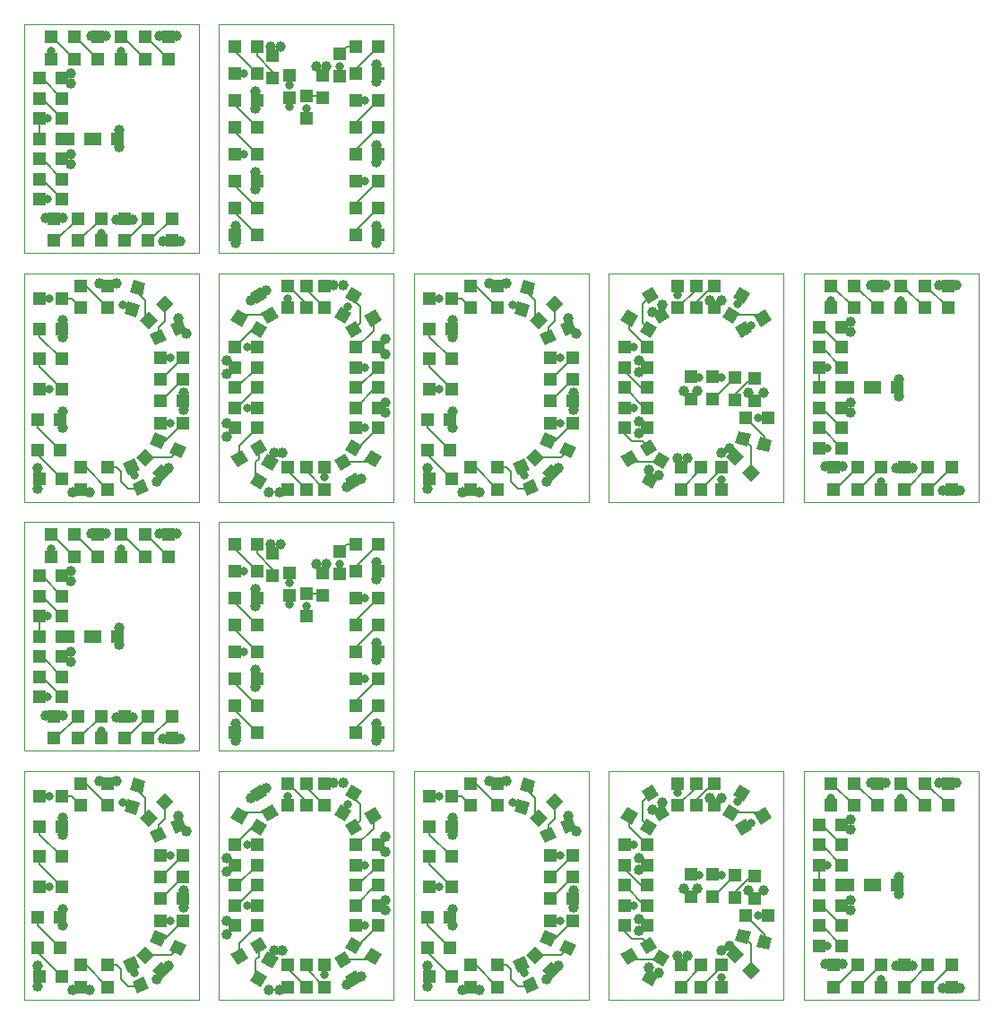
<source format=gtl>
G75*
G70*
%OFA0B0*%
%FSLAX25Y25*%
%IPPOS*%
%LPD*%
%AMOC8*
5,1,8,0,0,1.08239X$1,22.5*
%
%ADD10C,0.03970*%
%ADD14C,0.03170*%
%ADD16C,0.00600*%
%ADD17C,0.00000*%
%ADD19R,0.04720X0.04720*%
X0010000Y0010000D02*
G75*
%LPD*%
D17*
X0010000Y0010000D02*
X0010000Y0095000D01*
X0075000Y0095000D01*
X0075000Y0010000D01*
X0010000Y0010000D01*
D19*
X0015860Y0018750D03*
X0024130Y0018750D03*
X0031250Y0022880D03*
X0031250Y0014610D03*
X0041250Y0014610D03*
X0041250Y0022880D03*
X0023510Y0029370D03*
X0015240Y0029370D03*
X0015240Y0040620D03*
X0023510Y0040620D03*
X0024130Y0051870D03*
X0015860Y0051870D03*
X0015860Y0063120D03*
X0024130Y0063120D03*
X0024130Y0074370D03*
X0015860Y0074370D03*
X0015860Y0085620D03*
X0024130Y0085620D03*
X0031250Y0082110D03*
X0031250Y0090380D03*
X0041250Y0090380D03*
X0041250Y0082110D03*
X0060860Y0063750D03*
X0060860Y0055620D03*
X0060860Y0047500D03*
X0060860Y0039370D03*
X0069130Y0039370D03*
X0069130Y0047500D03*
X0069130Y0055620D03*
X0069130Y0063750D03*
D19*
G36*
X0058860Y0068120D02*
X0056870Y0072390D01*
X0061140Y0074380D01*
X0063130Y0070110D01*
X0058860Y0068120D01*
G37*
G36*
X0056450Y0074370D02*
X0053120Y0077700D01*
X0056450Y0081030D01*
X0059780Y0077700D01*
X0056450Y0074370D01*
G37*
G36*
X0051840Y0078740D02*
X0047290Y0079970D01*
X0048520Y0084520D01*
X0053070Y0083290D01*
X0051840Y0078740D01*
G37*
G36*
X0053980Y0086720D02*
X0049430Y0087950D01*
X0050660Y0092500D01*
X0055210Y0091270D01*
X0053980Y0086720D01*
G37*
G36*
X0062290Y0080210D02*
X0058960Y0083540D01*
X0062290Y0086870D01*
X0065620Y0083540D01*
X0062290Y0080210D01*
G37*
G36*
X0066350Y0071610D02*
X0064360Y0075880D01*
X0068630Y0077870D01*
X0070620Y0073600D01*
X0066350Y0071610D01*
G37*
G36*
X0056710Y0031600D02*
X0058700Y0035870D01*
X0062970Y0033880D01*
X0060980Y0029610D01*
X0056710Y0031600D01*
G37*
G36*
X0051870Y0026670D02*
X0055200Y0030000D01*
X0058530Y0026670D01*
X0055200Y0023340D01*
X0051870Y0026670D01*
G37*
G36*
X0046800Y0024180D02*
X0051070Y0026170D01*
X0053060Y0021900D01*
X0048790Y0019910D01*
X0046800Y0024180D01*
G37*
G36*
X0050290Y0016690D02*
X0054560Y0018680D01*
X0056550Y0014410D01*
X0052280Y0012420D01*
X0050290Y0016690D01*
G37*
G36*
X0057710Y0020820D02*
X0061040Y0024150D01*
X0064370Y0020820D01*
X0061040Y0017490D01*
X0057710Y0020820D01*
G37*
G36*
X0064210Y0028110D02*
X0066200Y0032380D01*
X0070470Y0030390D01*
X0068480Y0026120D01*
X0064210Y0028110D01*
G37*
D10*
X0063750Y0022500D03*
X0059370Y0017500D03*
X0034370Y0013750D03*
X0028120Y0013750D03*
X0015000Y0015000D03*
X0015000Y0022500D03*
X0024370Y0037500D03*
X0024370Y0043750D03*
X0024370Y0071250D03*
X0024370Y0077500D03*
X0038120Y0091250D03*
X0044370Y0091250D03*
X0067500Y0078120D03*
X0070620Y0072500D03*
X0069370Y0050620D03*
X0069370Y0044370D03*
D16*
X0069370Y0047260D01*
X0069130Y0047500D01*
X0069370Y0047740D01*
X0069370Y0050620D01*
X0069130Y0055620D02*
X0061010Y0047500D01*
X0060860Y0047500D01*
X0060860Y0055620D02*
X0061010Y0055620D01*
X0069130Y0063750D01*
X0064370Y0063750D02*
X0060860Y0063750D01*
X0060000Y0071250D02*
X0060000Y0071250D01*
X0060000Y0075000D01*
X0062290Y0077290D01*
X0062290Y0083540D01*
X0067500Y0078120D02*
X0067500Y0074750D01*
X0067490Y0074740D01*
X0069740Y0072500D01*
X0070620Y0072500D01*
X0056450Y0077700D02*
X0055000Y0079150D01*
X0055000Y0085000D01*
X0052320Y0087680D01*
X0052320Y0089610D01*
X0048680Y0083120D02*
X0046870Y0083120D01*
X0048680Y0083120D02*
X0050180Y0081630D01*
X0041250Y0082110D02*
X0032980Y0090380D01*
X0031250Y0090380D01*
X0027740Y0085620D02*
X0031250Y0082110D01*
X0027740Y0085620D02*
X0024130Y0085620D01*
X0019370Y0085620D02*
X0015860Y0085620D01*
X0024370Y0077500D02*
X0024370Y0074610D01*
X0024130Y0074370D01*
X0024370Y0074130D01*
X0024370Y0071250D01*
X0024130Y0063120D02*
X0015860Y0071390D01*
X0015860Y0074370D01*
X0015860Y0063120D02*
X0015860Y0060140D01*
X0024130Y0051870D01*
X0019370Y0051870D02*
X0015860Y0051870D01*
X0024370Y0043750D02*
X0024370Y0041490D01*
X0023510Y0040620D01*
X0024370Y0039760D01*
X0024370Y0037500D01*
X0023510Y0029370D02*
X0015240Y0037640D01*
X0015240Y0040620D01*
X0015240Y0029370D02*
X0015240Y0027640D01*
X0024130Y0018750D01*
X0028120Y0013750D02*
X0030380Y0013750D01*
X0031250Y0014610D01*
X0032110Y0013750D01*
X0034370Y0013750D01*
X0041250Y0014610D02*
X0032980Y0022880D01*
X0031250Y0022880D01*
X0041250Y0022880D02*
X0044610Y0022880D01*
X0046250Y0021250D01*
X0046250Y0017500D01*
X0048750Y0015000D01*
X0052870Y0015000D01*
X0053420Y0015550D01*
X0051250Y0020000D02*
X0049930Y0021320D01*
X0049930Y0023040D01*
X0055200Y0026670D02*
X0064760Y0026670D01*
X0067340Y0029250D01*
X0062500Y0032740D02*
X0069130Y0039370D01*
X0064370Y0039370D02*
X0060860Y0039370D01*
X0059840Y0032740D02*
X0062500Y0032740D01*
X0062720Y0022500D02*
X0061040Y0020820D01*
X0059370Y0019150D01*
X0059370Y0017500D01*
X0062720Y0022500D02*
X0063750Y0022500D01*
X0015860Y0022500D02*
X0015860Y0018750D01*
X0015860Y0015000D01*
X0015000Y0015000D01*
X0015000Y0022500D02*
X0015860Y0022500D01*
X0041250Y0090380D02*
X0040380Y0091250D01*
X0038120Y0091250D01*
X0041250Y0090380D02*
X0042110Y0091250D01*
X0044370Y0091250D01*
D14*
X0046870Y0083120D03*
X0064370Y0063750D03*
X0064370Y0039370D03*
X0051250Y0020000D03*
X0019370Y0051870D03*
X0019370Y0085620D03*
X0082500Y0010000D02*
G75*
%LPD*%
D17*
X0082500Y0010000D02*
X0082500Y0095000D01*
X0147500Y0095000D01*
X0147500Y0010000D01*
X0082500Y0010000D01*
D19*
X0108120Y0014610D03*
X0115000Y0014610D03*
X0121870Y0014610D03*
X0121870Y0022880D03*
X0115000Y0022880D03*
X0108120Y0022880D03*
X0096630Y0037500D03*
X0096630Y0045000D03*
X0096630Y0052500D03*
X0096630Y0060000D03*
X0096630Y0067500D03*
X0088360Y0067500D03*
X0088360Y0060000D03*
X0088360Y0052500D03*
X0088360Y0045000D03*
X0088360Y0037500D03*
X0108120Y0082110D03*
X0115000Y0082110D03*
X0121870Y0082110D03*
X0121870Y0090380D03*
X0115000Y0090380D03*
X0108120Y0090380D03*
X0133360Y0067500D03*
X0133360Y0060000D03*
X0133360Y0052500D03*
X0133360Y0045000D03*
X0133360Y0037500D03*
X0141630Y0037500D03*
X0141630Y0045000D03*
X0141630Y0052500D03*
X0141630Y0060000D03*
X0141630Y0067500D03*
D19*
G36*
X0131810Y0070960D02*
X0129450Y0075040D01*
X0133530Y0077400D01*
X0135890Y0073320D01*
X0131810Y0070960D01*
G37*
G36*
X0129410Y0076320D02*
X0125330Y0078680D01*
X0127690Y0082760D01*
X0131770Y0080400D01*
X0129410Y0076320D01*
G37*
G36*
X0138970Y0075090D02*
X0136610Y0079170D01*
X0140690Y0081530D01*
X0143050Y0077450D01*
X0138970Y0075090D01*
G37*
G36*
X0133550Y0083480D02*
X0129470Y0085840D01*
X0131830Y0089920D01*
X0135910Y0087560D01*
X0133550Y0083480D01*
G37*
G36*
X0104660Y0078680D02*
X0100580Y0076320D01*
X0098220Y0080400D01*
X0102300Y0082760D01*
X0104660Y0078680D01*
G37*
G36*
X0100550Y0075040D02*
X0098190Y0070960D01*
X0094110Y0073320D01*
X0096470Y0077400D01*
X0100550Y0075040D01*
G37*
G36*
X0093390Y0079170D02*
X0091030Y0075090D01*
X0086950Y0077450D01*
X0089310Y0081530D01*
X0093390Y0079170D01*
G37*
G36*
X0100520Y0085840D02*
X0096440Y0083480D01*
X0094080Y0087560D01*
X0098160Y0089920D01*
X0100520Y0085840D01*
G37*
G36*
X0098190Y0033410D02*
X0100550Y0029330D01*
X0096470Y0026970D01*
X0094110Y0031050D01*
X0098190Y0033410D01*
G37*
G36*
X0100580Y0028050D02*
X0104660Y0025690D01*
X0102300Y0021610D01*
X0098220Y0023970D01*
X0100580Y0028050D01*
G37*
G36*
X0096440Y0020890D02*
X0100520Y0018530D01*
X0098160Y0014450D01*
X0094080Y0016810D01*
X0096440Y0020890D01*
G37*
G36*
X0091030Y0029270D02*
X0093390Y0025190D01*
X0089310Y0022830D01*
X0086950Y0026910D01*
X0091030Y0029270D01*
G37*
G36*
X0125330Y0025690D02*
X0129410Y0028050D01*
X0131770Y0023970D01*
X0127690Y0021610D01*
X0125330Y0025690D01*
G37*
G36*
X0129450Y0029330D02*
X0131810Y0033410D01*
X0135890Y0031050D01*
X0133530Y0026970D01*
X0129450Y0029330D01*
G37*
G36*
X0136610Y0025190D02*
X0138970Y0029270D01*
X0143050Y0026910D01*
X0140690Y0022830D01*
X0136610Y0025190D01*
G37*
G36*
X0129470Y0018530D02*
X0133550Y0020890D01*
X0135910Y0016810D01*
X0131830Y0014450D01*
X0129470Y0018530D01*
G37*
D10*
X0130000Y0015620D03*
X0135620Y0018750D03*
X0144370Y0043120D03*
X0144370Y0046870D03*
X0144370Y0065000D03*
X0144370Y0070620D03*
X0128750Y0090620D03*
X0125000Y0090620D03*
X0100000Y0088750D03*
X0094370Y0085000D03*
X0085620Y0062500D03*
X0085620Y0057500D03*
X0085620Y0039370D03*
X0085620Y0034370D03*
X0103120Y0028120D03*
X0106250Y0028120D03*
X0105000Y0013750D03*
X0101250Y0013750D03*
D16*
X0105000Y0013750D01*
X0105860Y0014610D01*
X0108120Y0014610D01*
X0108120Y0021490D02*
X0115000Y0014610D01*
X0121870Y0014610D02*
X0115000Y0021490D01*
X0115000Y0022880D01*
X0108120Y0022880D02*
X0108120Y0021490D01*
X0106250Y0028120D02*
X0103120Y0028120D01*
X0103120Y0026510D01*
X0101440Y0024830D01*
X0097330Y0026080D02*
X0096250Y0025000D01*
X0096250Y0018720D01*
X0097300Y0017670D01*
X0097330Y0026080D02*
X0097330Y0030190D01*
X0090170Y0031030D02*
X0096630Y0037500D01*
X0090170Y0031030D02*
X0090170Y0026050D01*
X0085620Y0034370D02*
X0085620Y0034760D01*
X0088360Y0037500D01*
X0086490Y0039370D01*
X0085620Y0039370D01*
X0088360Y0045000D02*
X0089130Y0045000D01*
X0096630Y0052500D01*
X0089130Y0052500D02*
X0096630Y0060000D01*
X0096630Y0067500D02*
X0093120Y0067500D01*
X0088360Y0067500D02*
X0095050Y0074180D01*
X0097330Y0074180D01*
X0101440Y0079540D02*
X0091390Y0079540D01*
X0090170Y0078310D01*
X0094370Y0085000D02*
X0095600Y0085000D01*
X0097300Y0086700D01*
X0099350Y0088750D01*
X0100000Y0088750D01*
X0108120Y0088990D02*
X0109760Y0088990D01*
X0115000Y0083750D01*
X0115000Y0082110D01*
X0121870Y0082110D02*
X0115000Y0088990D01*
X0115000Y0090380D01*
X0108120Y0090380D02*
X0108120Y0088990D01*
X0108120Y0085620D02*
X0108120Y0082110D01*
X0121870Y0090380D02*
X0122110Y0090620D01*
X0125000Y0090620D01*
X0128750Y0090620D01*
X0132690Y0086700D02*
X0132690Y0084800D01*
X0135000Y0082500D01*
X0135000Y0076510D01*
X0132670Y0074180D01*
X0128550Y0079540D02*
X0128550Y0080430D01*
X0130620Y0082500D01*
X0139830Y0078310D02*
X0140000Y0078140D01*
X0140000Y0073750D01*
X0133750Y0067500D01*
X0133360Y0067500D01*
X0133360Y0060000D02*
X0136870Y0060000D01*
X0141630Y0060000D02*
X0134130Y0052500D01*
X0133360Y0052500D01*
X0140860Y0052500D02*
X0133360Y0045000D01*
X0133360Y0037500D02*
X0136870Y0037500D01*
X0141630Y0037500D02*
X0134320Y0030190D01*
X0132670Y0030190D01*
X0128550Y0024830D02*
X0138600Y0024830D01*
X0139830Y0026050D01*
X0135620Y0018750D02*
X0133770Y0018750D01*
X0132690Y0017670D01*
X0130640Y0015620D01*
X0130000Y0015620D01*
X0121870Y0019370D02*
X0121870Y0022880D01*
X0143510Y0043120D02*
X0141630Y0045000D01*
X0143510Y0046870D01*
X0144370Y0046870D01*
X0144370Y0043120D02*
X0143510Y0043120D01*
X0141630Y0052500D02*
X0140860Y0052500D01*
X0144130Y0065000D02*
X0141630Y0067500D01*
X0144370Y0070240D01*
X0144370Y0070620D01*
X0144370Y0065000D02*
X0144130Y0065000D01*
X0096630Y0045000D02*
X0093120Y0045000D01*
X0089130Y0052500D02*
X0088360Y0052500D01*
X0085860Y0057500D02*
X0085620Y0057500D01*
X0085860Y0057500D02*
X0088360Y0060000D01*
X0085860Y0062500D01*
X0085620Y0062500D01*
D14*
X0093120Y0067500D03*
X0108120Y0085620D03*
X0130620Y0082500D03*
X0136870Y0060000D03*
X0136870Y0037500D03*
X0121870Y0019370D03*
X0093120Y0045000D03*
X0155000Y0010000D02*
G75*
%LPD*%
D17*
X0155000Y0010000D02*
X0155000Y0095000D01*
X0220000Y0095000D01*
X0220000Y0010000D01*
X0155000Y0010000D01*
D19*
X0160860Y0018750D03*
X0169130Y0018750D03*
X0176250Y0022880D03*
X0176250Y0014610D03*
X0186250Y0014610D03*
X0186250Y0022880D03*
X0168510Y0029370D03*
X0160240Y0029370D03*
X0160240Y0040620D03*
X0168510Y0040620D03*
X0169130Y0051870D03*
X0160860Y0051870D03*
X0160860Y0063120D03*
X0169130Y0063120D03*
X0169130Y0074370D03*
X0160860Y0074370D03*
X0160860Y0085620D03*
X0169130Y0085620D03*
X0176250Y0082110D03*
X0176250Y0090380D03*
X0186250Y0090380D03*
X0186250Y0082110D03*
X0205860Y0063750D03*
X0205860Y0055620D03*
X0205860Y0047500D03*
X0205860Y0039370D03*
X0214130Y0039370D03*
X0214130Y0047500D03*
X0214130Y0055620D03*
X0214130Y0063750D03*
D19*
G36*
X0203860Y0068120D02*
X0201870Y0072390D01*
X0206140Y0074380D01*
X0208130Y0070110D01*
X0203860Y0068120D01*
G37*
G36*
X0201450Y0074370D02*
X0198120Y0077700D01*
X0201450Y0081030D01*
X0204780Y0077700D01*
X0201450Y0074370D01*
G37*
G36*
X0196840Y0078740D02*
X0192290Y0079970D01*
X0193520Y0084520D01*
X0198070Y0083290D01*
X0196840Y0078740D01*
G37*
G36*
X0198980Y0086720D02*
X0194430Y0087950D01*
X0195660Y0092500D01*
X0200210Y0091270D01*
X0198980Y0086720D01*
G37*
G36*
X0207290Y0080210D02*
X0203960Y0083540D01*
X0207290Y0086870D01*
X0210620Y0083540D01*
X0207290Y0080210D01*
G37*
G36*
X0211350Y0071610D02*
X0209360Y0075880D01*
X0213630Y0077870D01*
X0215620Y0073600D01*
X0211350Y0071610D01*
G37*
G36*
X0201710Y0031600D02*
X0203700Y0035870D01*
X0207970Y0033880D01*
X0205980Y0029610D01*
X0201710Y0031600D01*
G37*
G36*
X0196870Y0026670D02*
X0200200Y0030000D01*
X0203530Y0026670D01*
X0200200Y0023340D01*
X0196870Y0026670D01*
G37*
G36*
X0191800Y0024180D02*
X0196070Y0026170D01*
X0198060Y0021900D01*
X0193790Y0019910D01*
X0191800Y0024180D01*
G37*
G36*
X0195290Y0016690D02*
X0199560Y0018680D01*
X0201550Y0014410D01*
X0197280Y0012420D01*
X0195290Y0016690D01*
G37*
G36*
X0202710Y0020820D02*
X0206040Y0024150D01*
X0209370Y0020820D01*
X0206040Y0017490D01*
X0202710Y0020820D01*
G37*
G36*
X0209210Y0028110D02*
X0211200Y0032380D01*
X0215470Y0030390D01*
X0213480Y0026120D01*
X0209210Y0028110D01*
G37*
D10*
X0208750Y0022500D03*
X0204370Y0017500D03*
X0179370Y0013750D03*
X0173120Y0013750D03*
X0160000Y0015000D03*
X0160000Y0022500D03*
X0169370Y0037500D03*
X0169370Y0043750D03*
X0169370Y0071250D03*
X0169370Y0077500D03*
X0183120Y0091250D03*
X0189370Y0091250D03*
X0212500Y0078120D03*
X0215620Y0072500D03*
X0214370Y0050620D03*
X0214370Y0044370D03*
D16*
X0214370Y0047260D01*
X0214130Y0047500D01*
X0214370Y0047740D01*
X0214370Y0050620D01*
X0214130Y0055620D02*
X0206010Y0047500D01*
X0205860Y0047500D01*
X0205860Y0055620D02*
X0206010Y0055620D01*
X0214130Y0063750D01*
X0209370Y0063750D02*
X0205860Y0063750D01*
X0205000Y0071250D02*
X0205000Y0071250D01*
X0205000Y0075000D01*
X0207290Y0077290D01*
X0207290Y0083540D01*
X0212500Y0078120D02*
X0212500Y0074750D01*
X0212490Y0074740D01*
X0214740Y0072500D01*
X0215620Y0072500D01*
X0201450Y0077700D02*
X0200000Y0079150D01*
X0200000Y0085000D01*
X0197320Y0087680D01*
X0197320Y0089610D01*
X0193680Y0083120D02*
X0191870Y0083120D01*
X0193680Y0083120D02*
X0195180Y0081630D01*
X0186250Y0082110D02*
X0177980Y0090380D01*
X0176250Y0090380D01*
X0172740Y0085620D02*
X0176250Y0082110D01*
X0172740Y0085620D02*
X0169130Y0085620D01*
X0164370Y0085620D02*
X0160860Y0085620D01*
X0169370Y0077500D02*
X0169370Y0074610D01*
X0169130Y0074370D01*
X0169370Y0074130D01*
X0169370Y0071250D01*
X0169130Y0063120D02*
X0160860Y0071390D01*
X0160860Y0074370D01*
X0160860Y0063120D02*
X0160860Y0060140D01*
X0169130Y0051870D01*
X0164370Y0051870D02*
X0160860Y0051870D01*
X0169370Y0043750D02*
X0169370Y0041490D01*
X0168510Y0040620D01*
X0169370Y0039760D01*
X0169370Y0037500D01*
X0168510Y0029370D02*
X0160240Y0037640D01*
X0160240Y0040620D01*
X0160240Y0029370D02*
X0160240Y0027640D01*
X0169130Y0018750D01*
X0173120Y0013750D02*
X0175380Y0013750D01*
X0176250Y0014610D01*
X0177110Y0013750D01*
X0179370Y0013750D01*
X0186250Y0014610D02*
X0177980Y0022880D01*
X0176250Y0022880D01*
X0186250Y0022880D02*
X0189610Y0022880D01*
X0191250Y0021250D01*
X0191250Y0017500D01*
X0193750Y0015000D01*
X0197870Y0015000D01*
X0198420Y0015550D01*
X0196250Y0020000D02*
X0194930Y0021320D01*
X0194930Y0023040D01*
X0200200Y0026670D02*
X0209760Y0026670D01*
X0212340Y0029250D01*
X0207500Y0032740D02*
X0214130Y0039370D01*
X0209370Y0039370D02*
X0205860Y0039370D01*
X0204840Y0032740D02*
X0207500Y0032740D01*
X0207720Y0022500D02*
X0206040Y0020820D01*
X0204370Y0019150D01*
X0204370Y0017500D01*
X0207720Y0022500D02*
X0208750Y0022500D01*
X0160860Y0022500D02*
X0160860Y0018750D01*
X0160860Y0015000D01*
X0160000Y0015000D01*
X0160000Y0022500D02*
X0160860Y0022500D01*
X0186250Y0090380D02*
X0185380Y0091250D01*
X0183120Y0091250D01*
X0186250Y0090380D02*
X0187110Y0091250D01*
X0189370Y0091250D01*
D14*
X0191870Y0083120D03*
X0209370Y0063750D03*
X0209370Y0039370D03*
X0196250Y0020000D03*
X0164370Y0051870D03*
X0164370Y0085620D03*
X0227500Y0010000D02*
G75*
%LPD*%
D17*
X0227500Y0010000D02*
X0227500Y0095000D01*
X0292500Y0095000D01*
X0292500Y0010000D01*
X0227500Y0010000D01*
D19*
X0233360Y0037500D03*
X0233360Y0045000D03*
X0233360Y0052500D03*
X0233360Y0060000D03*
X0233360Y0067500D03*
X0241630Y0067500D03*
X0241630Y0060000D03*
X0241630Y0052500D03*
X0241630Y0045000D03*
X0241630Y0037500D03*
X0254370Y0022880D03*
X0261870Y0022880D03*
X0269370Y0022880D03*
X0269370Y0014610D03*
X0261870Y0014610D03*
X0254370Y0014610D03*
X0278360Y0041250D03*
X0281870Y0047740D03*
X0286630Y0041250D03*
X0274370Y0047870D03*
X0266250Y0048360D03*
X0258120Y0048360D03*
X0258120Y0056630D03*
X0266250Y0056630D03*
X0274370Y0056140D03*
X0281870Y0056010D03*
X0266870Y0082110D03*
X0260000Y0082110D03*
X0253120Y0082110D03*
X0253120Y0090380D03*
X0260000Y0090380D03*
X0266870Y0090380D03*
D19*
G36*
X0276200Y0089920D02*
X0280280Y0087560D01*
X0277920Y0083480D01*
X0273840Y0085840D01*
X0276200Y0089920D01*
G37*
G36*
X0272070Y0082760D02*
X0276150Y0080400D01*
X0273790Y0076320D01*
X0269710Y0078680D01*
X0272070Y0082760D01*
G37*
G36*
X0278530Y0077400D02*
X0280890Y0073320D01*
X0276810Y0070960D01*
X0274450Y0075040D01*
X0278530Y0077400D01*
G37*
G36*
X0285690Y0081530D02*
X0288050Y0077450D01*
X0283970Y0075090D01*
X0281610Y0079170D01*
X0285690Y0081530D01*
G37*
G36*
X0243840Y0080400D02*
X0247920Y0082760D01*
X0250280Y0078680D01*
X0246200Y0076320D01*
X0243840Y0080400D01*
G37*
G36*
X0239110Y0073320D02*
X0241470Y0077400D01*
X0245550Y0075040D01*
X0243190Y0070960D01*
X0239110Y0073320D01*
G37*
G36*
X0231950Y0077450D02*
X0234310Y0081530D01*
X0238390Y0079170D01*
X0236030Y0075090D01*
X0231950Y0077450D01*
G37*
G36*
X0239710Y0087560D02*
X0243790Y0089920D01*
X0246150Y0085840D01*
X0242070Y0083480D01*
X0239710Y0087560D01*
G37*
G36*
X0280300Y0035160D02*
X0279070Y0030610D01*
X0274520Y0031840D01*
X0275750Y0036390D01*
X0280300Y0035160D01*
G37*
G36*
X0288280Y0033020D02*
X0287050Y0028470D01*
X0282500Y0029700D01*
X0283730Y0034250D01*
X0288280Y0033020D01*
G37*
G36*
X0283660Y0020920D02*
X0280330Y0017590D01*
X0277000Y0020920D01*
X0280330Y0024250D01*
X0283660Y0020920D01*
G37*
G36*
X0277820Y0026770D02*
X0274490Y0023440D01*
X0271160Y0026770D01*
X0274490Y0030100D01*
X0277820Y0026770D01*
G37*
G36*
X0247920Y0022230D02*
X0243840Y0024590D01*
X0246200Y0028670D01*
X0250280Y0026310D01*
X0247920Y0022230D01*
G37*
G36*
X0243790Y0015070D02*
X0239710Y0017430D01*
X0242070Y0021510D01*
X0246150Y0019150D01*
X0243790Y0015070D01*
G37*
G36*
X0234310Y0022830D02*
X0231950Y0026910D01*
X0236030Y0029270D01*
X0238390Y0025190D01*
X0234310Y0022830D01*
G37*
G36*
X0241470Y0026970D02*
X0239110Y0031050D01*
X0243190Y0033410D01*
X0245550Y0029330D01*
X0241470Y0026970D01*
G37*
D10*
X0242500Y0021870D03*
X0246250Y0020000D03*
X0253120Y0026250D03*
X0256870Y0026250D03*
X0269370Y0028120D03*
X0272500Y0030000D03*
X0279370Y0050620D03*
X0285000Y0050620D03*
X0260620Y0051250D03*
X0255620Y0051250D03*
X0238750Y0058120D03*
X0238750Y0062500D03*
X0243750Y0080620D03*
X0247500Y0083120D03*
X0265000Y0085000D03*
X0269370Y0085000D03*
X0238750Y0040000D03*
X0238750Y0035620D03*
D16*
X0239760Y0035620D01*
X0241630Y0037500D01*
X0239130Y0040000D01*
X0238750Y0040000D01*
X0236870Y0045000D02*
X0233360Y0045000D01*
X0240860Y0045000D02*
X0233360Y0052500D01*
X0234370Y0057500D02*
X0234370Y0058990D01*
X0233360Y0060000D01*
X0234370Y0057500D02*
X0239370Y0052500D01*
X0241630Y0052500D01*
X0239760Y0058120D02*
X0238750Y0058120D01*
X0239760Y0058120D02*
X0241630Y0060000D01*
X0239130Y0062500D01*
X0238750Y0062500D01*
X0236870Y0067500D02*
X0233360Y0067500D01*
X0235000Y0074370D02*
X0235000Y0078140D01*
X0235170Y0078310D01*
X0235000Y0074370D02*
X0241630Y0067740D01*
X0241630Y0067500D01*
X0242330Y0074180D02*
X0240000Y0076510D01*
X0240000Y0083750D01*
X0242930Y0086680D01*
X0242930Y0086700D01*
X0247500Y0083120D02*
X0247500Y0079970D01*
X0247060Y0079540D01*
X0245980Y0080620D01*
X0243750Y0080620D01*
X0253120Y0082110D02*
X0260000Y0088990D01*
X0260000Y0090380D01*
X0264370Y0088750D02*
X0260000Y0084370D01*
X0260000Y0082110D01*
X0265000Y0083990D02*
X0266870Y0082110D01*
X0269370Y0084610D01*
X0269370Y0085000D01*
X0265240Y0088750D02*
X0266870Y0090380D01*
X0265240Y0088750D02*
X0264370Y0088750D01*
X0265000Y0085000D02*
X0265000Y0083990D01*
X0272930Y0079540D02*
X0283600Y0079540D01*
X0284830Y0078310D01*
X0280620Y0075620D02*
X0279180Y0074180D01*
X0277670Y0074180D01*
X0275620Y0083750D02*
X0277060Y0085190D01*
X0277060Y0086700D01*
X0253120Y0086870D02*
X0253120Y0090380D01*
X0253120Y0083510D02*
X0253120Y0082110D01*
X0258120Y0056630D02*
X0260860Y0056630D01*
X0261250Y0056250D01*
X0260620Y0051250D02*
X0260620Y0050860D01*
X0258120Y0048360D01*
X0255620Y0050860D01*
X0255620Y0051250D01*
X0266250Y0048360D02*
X0266590Y0048360D01*
X0274370Y0056140D01*
X0269370Y0056250D02*
X0268990Y0056630D01*
X0266250Y0056630D01*
X0274370Y0049990D02*
X0279370Y0055000D01*
X0280860Y0055000D01*
X0281870Y0056010D01*
X0279370Y0050620D02*
X0279370Y0050240D01*
X0281870Y0047740D01*
X0284760Y0050620D01*
X0285000Y0050620D01*
X0286630Y0041250D02*
X0283120Y0041250D01*
X0279020Y0041250D02*
X0278360Y0041250D01*
X0285390Y0034220D01*
X0285390Y0031360D01*
X0280330Y0030570D02*
X0277410Y0033500D01*
X0280330Y0030570D02*
X0280330Y0020920D01*
X0274490Y0026770D02*
X0274490Y0028010D01*
X0272500Y0030000D01*
X0271250Y0030000D01*
X0269370Y0028120D01*
X0269370Y0022880D02*
X0269370Y0022110D01*
X0261870Y0014610D01*
X0261870Y0022110D02*
X0254370Y0014610D01*
X0254370Y0022880D02*
X0254370Y0025000D01*
X0253120Y0026250D01*
X0256870Y0026250D01*
X0261870Y0022880D02*
X0261870Y0022110D01*
X0269370Y0018120D02*
X0269370Y0014610D01*
X0246250Y0020000D02*
X0244540Y0018290D01*
X0242930Y0018290D01*
X0242500Y0018720D01*
X0242500Y0021870D01*
X0246610Y0025000D02*
X0247060Y0025450D01*
X0246610Y0025000D02*
X0235000Y0025000D01*
X0234560Y0026050D01*
X0235170Y0026050D01*
X0236250Y0032500D02*
X0240020Y0032500D01*
X0242330Y0030190D01*
X0236250Y0032500D02*
X0233360Y0035380D01*
X0233360Y0037500D01*
X0240860Y0045000D02*
X0241630Y0045000D01*
X0274370Y0047870D02*
X0274370Y0049990D01*
D14*
X0269370Y0056250D03*
X0261250Y0056250D03*
X0280620Y0075620D03*
X0275620Y0083750D03*
X0253120Y0086870D03*
X0236870Y0067500D03*
X0236870Y0045000D03*
X0269370Y0018120D03*
X0283120Y0041250D03*
X0300000Y0010000D02*
G75*
%LPD*%
D17*
X0300000Y0010000D02*
X0300000Y0095000D01*
X0365000Y0095000D01*
X0365000Y0010000D01*
X0300000Y0010000D01*
D19*
X0311250Y0014610D03*
X0311250Y0022880D03*
X0314130Y0030000D03*
X0314130Y0037500D03*
X0314130Y0045000D03*
X0314130Y0052500D03*
X0316490Y0052500D03*
X0314130Y0060000D03*
X0314130Y0067500D03*
X0314130Y0075000D03*
X0310000Y0082110D03*
X0305860Y0075000D03*
X0305860Y0067500D03*
X0305860Y0060000D03*
X0305860Y0052500D03*
X0305860Y0045000D03*
X0305860Y0037500D03*
X0305860Y0030000D03*
X0320000Y0022880D03*
X0320000Y0014610D03*
X0328750Y0014610D03*
X0328750Y0022880D03*
X0337500Y0022880D03*
X0337500Y0014610D03*
X0346250Y0014610D03*
X0346250Y0022880D03*
X0355000Y0022880D03*
X0355000Y0014610D03*
X0334760Y0052500D03*
X0326490Y0052500D03*
X0324760Y0052500D03*
X0327500Y0082110D03*
X0327500Y0090380D03*
X0318750Y0090380D03*
X0318750Y0082110D03*
X0310000Y0090380D03*
X0336250Y0090380D03*
X0336250Y0082110D03*
X0345000Y0082110D03*
X0345000Y0090380D03*
X0353750Y0090380D03*
X0353750Y0082110D03*
D10*
X0356870Y0090620D03*
X0350620Y0090620D03*
X0330620Y0090620D03*
X0325000Y0090620D03*
X0317500Y0076870D03*
X0317500Y0073120D03*
X0335620Y0055620D03*
X0335620Y0049370D03*
X0317500Y0046870D03*
X0317500Y0043120D03*
X0314370Y0023120D03*
X0308120Y0023120D03*
X0334370Y0022500D03*
X0340620Y0022500D03*
X0351870Y0014370D03*
X0358120Y0014370D03*
D16*
X0355240Y0014370D01*
X0355000Y0014610D01*
X0354760Y0014370D01*
X0351870Y0014370D01*
X0346730Y0014610D02*
X0355000Y0022880D01*
X0346250Y0022880D02*
X0337980Y0014610D01*
X0337500Y0014610D01*
X0337880Y0022500D02*
X0337500Y0022880D01*
X0337110Y0022500D01*
X0334370Y0022500D01*
X0337880Y0022500D02*
X0340620Y0022500D01*
X0346250Y0014610D02*
X0346730Y0014610D01*
X0328750Y0014610D02*
X0328750Y0017500D01*
X0328750Y0022880D02*
X0320480Y0014610D01*
X0320000Y0014610D01*
X0311730Y0014610D02*
X0320000Y0022880D01*
X0314370Y0023120D02*
X0311490Y0023120D01*
X0311250Y0022880D01*
X0311010Y0023120D01*
X0308120Y0023120D01*
X0308750Y0030000D02*
X0305860Y0030000D01*
X0305860Y0037500D02*
X0306630Y0037500D01*
X0314130Y0030000D01*
X0314130Y0037500D02*
X0306630Y0045000D01*
X0305860Y0045000D01*
X0305860Y0052500D02*
X0305860Y0060000D01*
X0308750Y0060000D01*
X0314130Y0060000D02*
X0306630Y0067500D01*
X0305860Y0067500D01*
X0305860Y0075000D02*
X0306630Y0075000D01*
X0314130Y0067500D01*
X0316010Y0073120D02*
X0314130Y0075000D01*
X0316010Y0073120D02*
X0317500Y0073120D01*
X0317500Y0076870D01*
X0318750Y0082110D02*
X0310480Y0090380D01*
X0310000Y0090380D01*
X0310000Y0085000D02*
X0310000Y0082110D01*
X0318750Y0090380D02*
X0319230Y0090380D01*
X0327500Y0082110D01*
X0327500Y0090380D02*
X0327740Y0090620D01*
X0330620Y0090620D01*
X0327500Y0090380D02*
X0327260Y0090620D01*
X0325000Y0090620D01*
X0336250Y0090380D02*
X0336730Y0090380D01*
X0345000Y0082110D01*
X0345000Y0090380D02*
X0345480Y0090380D01*
X0353750Y0082110D01*
X0353750Y0090380D02*
X0353990Y0090620D01*
X0356870Y0090620D01*
X0353750Y0090380D02*
X0353510Y0090620D01*
X0350620Y0090620D01*
X0336250Y0085000D02*
X0336250Y0082110D01*
X0335620Y0055620D02*
X0335620Y0049370D01*
X0334760Y0052500D02*
X0335620Y0053360D01*
X0335620Y0055620D01*
X0326490Y0052500D02*
X0324760Y0052500D01*
X0317500Y0046870D02*
X0317500Y0043120D01*
X0316010Y0043120D01*
X0314130Y0045000D01*
X0314130Y0052500D02*
X0316490Y0052500D01*
X0311730Y0014610D02*
X0311250Y0014610D01*
D14*
X0308750Y0030000D03*
X0328750Y0017500D03*
X0308750Y0060000D03*
X0310000Y0085000D03*
X0336250Y0085000D03*
X0010000Y0102500D02*
G75*
%LPD*%
D17*
X0010000Y0102500D02*
X0010000Y0187500D01*
X0075000Y0187500D01*
X0075000Y0102500D01*
X0010000Y0102500D01*
D19*
X0021250Y0107110D03*
X0021250Y0115380D03*
X0024130Y0122500D03*
X0024130Y0130000D03*
X0024130Y0137500D03*
X0024130Y0145000D03*
X0026490Y0145000D03*
X0024130Y0152500D03*
X0024130Y0160000D03*
X0024130Y0167500D03*
X0020000Y0174610D03*
X0015860Y0167500D03*
X0015860Y0160000D03*
X0015860Y0152500D03*
X0015860Y0145000D03*
X0015860Y0137500D03*
X0015860Y0130000D03*
X0015860Y0122500D03*
X0030000Y0115380D03*
X0030000Y0107110D03*
X0038750Y0107110D03*
X0038750Y0115380D03*
X0047500Y0115380D03*
X0047500Y0107110D03*
X0056250Y0107110D03*
X0056250Y0115380D03*
X0065000Y0115380D03*
X0065000Y0107110D03*
X0044760Y0145000D03*
X0036490Y0145000D03*
X0034760Y0145000D03*
X0037500Y0174610D03*
X0037500Y0182880D03*
X0028750Y0182880D03*
X0028750Y0174610D03*
X0020000Y0182880D03*
X0046250Y0182880D03*
X0046250Y0174610D03*
X0055000Y0174610D03*
X0055000Y0182880D03*
X0063750Y0182880D03*
X0063750Y0174610D03*
D10*
X0066870Y0183120D03*
X0060620Y0183120D03*
X0040620Y0183120D03*
X0035000Y0183120D03*
X0027500Y0169370D03*
X0027500Y0165620D03*
X0045620Y0148120D03*
X0045620Y0141870D03*
X0027500Y0139370D03*
X0027500Y0135620D03*
X0024370Y0115620D03*
X0018120Y0115620D03*
X0044370Y0115000D03*
X0050620Y0115000D03*
X0061870Y0106870D03*
X0068120Y0106870D03*
D16*
X0065240Y0106870D01*
X0065000Y0107110D01*
X0064760Y0106870D01*
X0061870Y0106870D01*
X0056730Y0107110D02*
X0065000Y0115380D01*
X0056250Y0115380D02*
X0047980Y0107110D01*
X0047500Y0107110D01*
X0047880Y0115000D02*
X0047500Y0115380D01*
X0047110Y0115000D01*
X0044370Y0115000D01*
X0047880Y0115000D02*
X0050620Y0115000D01*
X0056250Y0107110D02*
X0056730Y0107110D01*
X0038750Y0107110D02*
X0038750Y0110000D01*
X0038750Y0115380D02*
X0030480Y0107110D01*
X0030000Y0107110D01*
X0021730Y0107110D02*
X0030000Y0115380D01*
X0024370Y0115620D02*
X0021490Y0115620D01*
X0021250Y0115380D01*
X0021010Y0115620D01*
X0018120Y0115620D01*
X0018750Y0122500D02*
X0015860Y0122500D01*
X0015860Y0130000D02*
X0016630Y0130000D01*
X0024130Y0122500D01*
X0024130Y0130000D02*
X0016630Y0137500D01*
X0015860Y0137500D01*
X0015860Y0145000D02*
X0015860Y0152500D01*
X0018750Y0152500D01*
X0024130Y0152500D02*
X0016630Y0160000D01*
X0015860Y0160000D01*
X0015860Y0167500D02*
X0016630Y0167500D01*
X0024130Y0160000D01*
X0026010Y0165620D02*
X0024130Y0167500D01*
X0026010Y0165620D02*
X0027500Y0165620D01*
X0027500Y0169370D01*
X0028750Y0174610D02*
X0020480Y0182880D01*
X0020000Y0182880D01*
X0020000Y0177500D02*
X0020000Y0174610D01*
X0028750Y0182880D02*
X0029230Y0182880D01*
X0037500Y0174610D01*
X0037500Y0182880D02*
X0037740Y0183120D01*
X0040620Y0183120D01*
X0037500Y0182880D02*
X0037260Y0183120D01*
X0035000Y0183120D01*
X0046250Y0182880D02*
X0046730Y0182880D01*
X0055000Y0174610D01*
X0055000Y0182880D02*
X0055480Y0182880D01*
X0063750Y0174610D01*
X0063750Y0182880D02*
X0063990Y0183120D01*
X0066870Y0183120D01*
X0063750Y0182880D02*
X0063510Y0183120D01*
X0060620Y0183120D01*
X0046250Y0177500D02*
X0046250Y0174610D01*
X0045620Y0148120D02*
X0045620Y0141870D01*
X0044760Y0145000D02*
X0045620Y0145860D01*
X0045620Y0148120D01*
X0036490Y0145000D02*
X0034760Y0145000D01*
X0027500Y0139370D02*
X0027500Y0135620D01*
X0026010Y0135620D01*
X0024130Y0137500D01*
X0024130Y0145000D02*
X0026490Y0145000D01*
X0021730Y0107110D02*
X0021250Y0107110D01*
D14*
X0018750Y0122500D03*
X0038750Y0110000D03*
X0018750Y0152500D03*
X0020000Y0177500D03*
X0046250Y0177500D03*
X0082500Y0102500D02*
G75*
%LPD*%
D17*
X0082500Y0102500D02*
X0082500Y0187500D01*
X0147500Y0187500D01*
X0147500Y0102500D01*
X0082500Y0102500D01*
D19*
X0088360Y0109370D03*
X0096630Y0109370D03*
X0096630Y0119370D03*
X0088360Y0119370D03*
X0088360Y0129370D03*
X0096630Y0129370D03*
X0096630Y0139370D03*
X0088360Y0139370D03*
X0088360Y0149370D03*
X0096630Y0149370D03*
X0096630Y0159370D03*
X0088360Y0159370D03*
X0088360Y0169370D03*
X0096630Y0169370D03*
X0102500Y0167740D03*
X0108750Y0168510D03*
X0102500Y0176010D03*
X0096630Y0179370D03*
X0088360Y0179370D03*
X0108750Y0160240D03*
X0115000Y0161010D03*
X0121250Y0160240D03*
X0121250Y0168510D03*
X0127500Y0168360D03*
X0133360Y0169370D03*
X0127500Y0176630D03*
X0133360Y0179370D03*
X0141630Y0179370D03*
X0141630Y0169370D03*
X0141630Y0159370D03*
X0133360Y0159370D03*
X0133360Y0149370D03*
X0141630Y0149370D03*
X0141630Y0139370D03*
X0133360Y0139370D03*
X0133360Y0129370D03*
X0141630Y0129370D03*
X0141630Y0119370D03*
X0133360Y0119370D03*
X0133360Y0109370D03*
X0141630Y0109370D03*
X0115000Y0152740D03*
D10*
X0096250Y0156250D03*
X0096250Y0162500D03*
X0101870Y0179370D03*
X0105620Y0179370D03*
X0118750Y0171870D03*
X0122500Y0171870D03*
X0141250Y0172500D03*
X0141250Y0166250D03*
X0141250Y0142500D03*
X0141250Y0136250D03*
X0141250Y0112500D03*
X0141250Y0106250D03*
X0096250Y0126250D03*
X0096250Y0132500D03*
X0088750Y0112500D03*
X0088750Y0106250D03*
D16*
X0088750Y0108990D01*
X0088360Y0109370D01*
X0088750Y0109760D01*
X0088750Y0112500D01*
X0088360Y0117640D02*
X0096630Y0109370D01*
X0088360Y0117640D02*
X0088360Y0119370D01*
X0088360Y0127640D02*
X0096630Y0119370D01*
X0096250Y0126250D02*
X0096250Y0128990D01*
X0096630Y0129370D01*
X0096250Y0129760D01*
X0096250Y0132500D01*
X0096630Y0139370D02*
X0088360Y0147640D01*
X0088360Y0149370D01*
X0088360Y0157640D02*
X0096630Y0149370D01*
X0096250Y0156250D02*
X0096250Y0158990D01*
X0096630Y0159370D01*
X0096250Y0159760D01*
X0096250Y0162500D01*
X0102500Y0167740D02*
X0102500Y0170000D01*
X0096630Y0175860D01*
X0096630Y0179370D01*
X0101870Y0179370D02*
X0101870Y0176630D01*
X0102500Y0176010D01*
X0105620Y0179130D01*
X0105620Y0179370D01*
X0096630Y0169370D02*
X0088360Y0177640D01*
X0088360Y0179370D01*
X0088360Y0169370D02*
X0091870Y0169370D01*
X0088360Y0159370D02*
X0088360Y0157640D01*
X0088360Y0139370D02*
X0091870Y0139370D01*
X0088360Y0129370D02*
X0088360Y0127640D01*
X0115000Y0152740D02*
X0115000Y0156250D01*
X0115000Y0161010D02*
X0120480Y0161010D01*
X0121250Y0160240D01*
X0121250Y0168510D02*
X0122500Y0169760D01*
X0122500Y0171870D01*
X0121250Y0168510D02*
X0118750Y0171010D01*
X0118750Y0171870D01*
X0127500Y0171870D02*
X0127500Y0168360D01*
X0133360Y0169370D02*
X0133360Y0171100D01*
X0141630Y0179370D01*
X0141250Y0172500D02*
X0141250Y0169760D01*
X0141630Y0169370D01*
X0141250Y0168990D01*
X0141250Y0166250D01*
X0141630Y0159370D02*
X0133360Y0151100D01*
X0133360Y0149370D01*
X0133360Y0141100D02*
X0141630Y0149370D01*
X0141250Y0142500D02*
X0141250Y0139760D01*
X0141630Y0139370D01*
X0141250Y0138990D01*
X0141250Y0136250D01*
X0141630Y0129370D02*
X0133360Y0121100D01*
X0133360Y0119370D01*
X0133360Y0111100D02*
X0141630Y0119370D01*
X0141250Y0112500D02*
X0141250Y0109760D01*
X0141630Y0109370D01*
X0141250Y0108990D01*
X0141250Y0106250D01*
X0133360Y0109370D02*
X0133360Y0111100D01*
X0133360Y0129370D02*
X0136870Y0129370D01*
X0133360Y0139370D02*
X0133360Y0141100D01*
X0133360Y0159370D02*
X0136870Y0159370D01*
X0127500Y0176630D02*
X0130240Y0179370D01*
X0133360Y0179370D01*
X0108750Y0168510D02*
X0108750Y0165000D01*
X0108750Y0160240D02*
X0108750Y0156870D01*
D14*
X0108750Y0156870D03*
X0115000Y0156250D03*
X0108750Y0165000D03*
X0091870Y0169370D03*
X0091870Y0139370D03*
X0127500Y0171870D03*
X0136870Y0159370D03*
X0136870Y0129370D03*
X0010000Y0195000D02*
G75*
%LPD*%
D17*
X0010000Y0195000D02*
X0010000Y0280000D01*
X0075000Y0280000D01*
X0075000Y0195000D01*
X0010000Y0195000D01*
D19*
X0015860Y0203750D03*
X0024130Y0203750D03*
X0031250Y0207880D03*
X0031250Y0199610D03*
X0041250Y0199610D03*
X0041250Y0207880D03*
X0023510Y0214370D03*
X0015240Y0214370D03*
X0015240Y0225620D03*
X0023510Y0225620D03*
X0024130Y0236870D03*
X0015860Y0236870D03*
X0015860Y0248120D03*
X0024130Y0248120D03*
X0024130Y0259370D03*
X0015860Y0259370D03*
X0015860Y0270620D03*
X0024130Y0270620D03*
X0031250Y0267110D03*
X0031250Y0275380D03*
X0041250Y0275380D03*
X0041250Y0267110D03*
X0060860Y0248750D03*
X0060860Y0240620D03*
X0060860Y0232500D03*
X0060860Y0224370D03*
X0069130Y0224370D03*
X0069130Y0232500D03*
X0069130Y0240620D03*
X0069130Y0248750D03*
D19*
G36*
X0058860Y0253120D02*
X0056870Y0257390D01*
X0061140Y0259380D01*
X0063130Y0255110D01*
X0058860Y0253120D01*
G37*
G36*
X0056450Y0259370D02*
X0053120Y0262700D01*
X0056450Y0266030D01*
X0059780Y0262700D01*
X0056450Y0259370D01*
G37*
G36*
X0051840Y0263740D02*
X0047290Y0264970D01*
X0048520Y0269520D01*
X0053070Y0268290D01*
X0051840Y0263740D01*
G37*
G36*
X0053980Y0271720D02*
X0049430Y0272950D01*
X0050660Y0277500D01*
X0055210Y0276270D01*
X0053980Y0271720D01*
G37*
G36*
X0062290Y0265210D02*
X0058960Y0268540D01*
X0062290Y0271870D01*
X0065620Y0268540D01*
X0062290Y0265210D01*
G37*
G36*
X0066350Y0256610D02*
X0064360Y0260880D01*
X0068630Y0262870D01*
X0070620Y0258600D01*
X0066350Y0256610D01*
G37*
G36*
X0056710Y0216600D02*
X0058700Y0220870D01*
X0062970Y0218880D01*
X0060980Y0214610D01*
X0056710Y0216600D01*
G37*
G36*
X0051870Y0211670D02*
X0055200Y0215000D01*
X0058530Y0211670D01*
X0055200Y0208340D01*
X0051870Y0211670D01*
G37*
G36*
X0046800Y0209180D02*
X0051070Y0211170D01*
X0053060Y0206900D01*
X0048790Y0204910D01*
X0046800Y0209180D01*
G37*
G36*
X0050290Y0201690D02*
X0054560Y0203680D01*
X0056550Y0199410D01*
X0052280Y0197420D01*
X0050290Y0201690D01*
G37*
G36*
X0057710Y0205820D02*
X0061040Y0209150D01*
X0064370Y0205820D01*
X0061040Y0202490D01*
X0057710Y0205820D01*
G37*
G36*
X0064210Y0213110D02*
X0066200Y0217380D01*
X0070470Y0215390D01*
X0068480Y0211120D01*
X0064210Y0213110D01*
G37*
D10*
X0063750Y0207500D03*
X0059370Y0202500D03*
X0034370Y0198750D03*
X0028120Y0198750D03*
X0015000Y0200000D03*
X0015000Y0207500D03*
X0024370Y0222500D03*
X0024370Y0228750D03*
X0024370Y0256250D03*
X0024370Y0262500D03*
X0038120Y0276250D03*
X0044370Y0276250D03*
X0067500Y0263120D03*
X0070620Y0257500D03*
X0069370Y0235620D03*
X0069370Y0229370D03*
D16*
X0069370Y0232260D01*
X0069130Y0232500D01*
X0069370Y0232740D01*
X0069370Y0235620D01*
X0069130Y0240620D02*
X0061010Y0232500D01*
X0060860Y0232500D01*
X0060860Y0240620D02*
X0061010Y0240620D01*
X0069130Y0248750D01*
X0064370Y0248750D02*
X0060860Y0248750D01*
X0060000Y0256250D02*
X0060000Y0256250D01*
X0060000Y0260000D01*
X0062290Y0262290D01*
X0062290Y0268540D01*
X0067500Y0263120D02*
X0067500Y0259750D01*
X0067490Y0259740D01*
X0069740Y0257500D01*
X0070620Y0257500D01*
X0056450Y0262700D02*
X0055000Y0264150D01*
X0055000Y0270000D01*
X0052320Y0272680D01*
X0052320Y0274610D01*
X0048680Y0268120D02*
X0046870Y0268120D01*
X0048680Y0268120D02*
X0050180Y0266630D01*
X0041250Y0267110D02*
X0032980Y0275380D01*
X0031250Y0275380D01*
X0027740Y0270620D02*
X0031250Y0267110D01*
X0027740Y0270620D02*
X0024130Y0270620D01*
X0019370Y0270620D02*
X0015860Y0270620D01*
X0024370Y0262500D02*
X0024370Y0259610D01*
X0024130Y0259370D01*
X0024370Y0259130D01*
X0024370Y0256250D01*
X0024130Y0248120D02*
X0015860Y0256390D01*
X0015860Y0259370D01*
X0015860Y0248120D02*
X0015860Y0245140D01*
X0024130Y0236870D01*
X0019370Y0236870D02*
X0015860Y0236870D01*
X0024370Y0228750D02*
X0024370Y0226490D01*
X0023510Y0225620D01*
X0024370Y0224760D01*
X0024370Y0222500D01*
X0023510Y0214370D02*
X0015240Y0222640D01*
X0015240Y0225620D01*
X0015240Y0214370D02*
X0015240Y0212640D01*
X0024130Y0203750D01*
X0028120Y0198750D02*
X0030380Y0198750D01*
X0031250Y0199610D01*
X0032110Y0198750D01*
X0034370Y0198750D01*
X0041250Y0199610D02*
X0032980Y0207880D01*
X0031250Y0207880D01*
X0041250Y0207880D02*
X0044610Y0207880D01*
X0046250Y0206250D01*
X0046250Y0202500D01*
X0048750Y0200000D01*
X0052870Y0200000D01*
X0053420Y0200550D01*
X0051250Y0205000D02*
X0049930Y0206320D01*
X0049930Y0208040D01*
X0055200Y0211670D02*
X0064760Y0211670D01*
X0067340Y0214250D01*
X0062500Y0217740D02*
X0069130Y0224370D01*
X0064370Y0224370D02*
X0060860Y0224370D01*
X0059840Y0217740D02*
X0062500Y0217740D01*
X0062720Y0207500D02*
X0061040Y0205820D01*
X0059370Y0204150D01*
X0059370Y0202500D01*
X0062720Y0207500D02*
X0063750Y0207500D01*
X0015860Y0207500D02*
X0015860Y0203750D01*
X0015860Y0200000D01*
X0015000Y0200000D01*
X0015000Y0207500D02*
X0015860Y0207500D01*
X0041250Y0275380D02*
X0040380Y0276250D01*
X0038120Y0276250D01*
X0041250Y0275380D02*
X0042110Y0276250D01*
X0044370Y0276250D01*
D14*
X0046870Y0268120D03*
X0064370Y0248750D03*
X0064370Y0224370D03*
X0051250Y0205000D03*
X0019370Y0236870D03*
X0019370Y0270620D03*
X0082500Y0195000D02*
G75*
%LPD*%
D17*
X0082500Y0195000D02*
X0082500Y0280000D01*
X0147500Y0280000D01*
X0147500Y0195000D01*
X0082500Y0195000D01*
D19*
X0108120Y0199610D03*
X0115000Y0199610D03*
X0121870Y0199610D03*
X0121870Y0207880D03*
X0115000Y0207880D03*
X0108120Y0207880D03*
X0096630Y0222500D03*
X0096630Y0230000D03*
X0096630Y0237500D03*
X0096630Y0245000D03*
X0096630Y0252500D03*
X0088360Y0252500D03*
X0088360Y0245000D03*
X0088360Y0237500D03*
X0088360Y0230000D03*
X0088360Y0222500D03*
X0108120Y0267110D03*
X0115000Y0267110D03*
X0121870Y0267110D03*
X0121870Y0275380D03*
X0115000Y0275380D03*
X0108120Y0275380D03*
X0133360Y0252500D03*
X0133360Y0245000D03*
X0133360Y0237500D03*
X0133360Y0230000D03*
X0133360Y0222500D03*
X0141630Y0222500D03*
X0141630Y0230000D03*
X0141630Y0237500D03*
X0141630Y0245000D03*
X0141630Y0252500D03*
D19*
G36*
X0131810Y0255960D02*
X0129450Y0260040D01*
X0133530Y0262400D01*
X0135890Y0258320D01*
X0131810Y0255960D01*
G37*
G36*
X0129410Y0261320D02*
X0125330Y0263680D01*
X0127690Y0267760D01*
X0131770Y0265400D01*
X0129410Y0261320D01*
G37*
G36*
X0138970Y0260090D02*
X0136610Y0264170D01*
X0140690Y0266530D01*
X0143050Y0262450D01*
X0138970Y0260090D01*
G37*
G36*
X0133550Y0268480D02*
X0129470Y0270840D01*
X0131830Y0274920D01*
X0135910Y0272560D01*
X0133550Y0268480D01*
G37*
G36*
X0104660Y0263680D02*
X0100580Y0261320D01*
X0098220Y0265400D01*
X0102300Y0267760D01*
X0104660Y0263680D01*
G37*
G36*
X0100550Y0260040D02*
X0098190Y0255960D01*
X0094110Y0258320D01*
X0096470Y0262400D01*
X0100550Y0260040D01*
G37*
G36*
X0093390Y0264170D02*
X0091030Y0260090D01*
X0086950Y0262450D01*
X0089310Y0266530D01*
X0093390Y0264170D01*
G37*
G36*
X0100520Y0270840D02*
X0096440Y0268480D01*
X0094080Y0272560D01*
X0098160Y0274920D01*
X0100520Y0270840D01*
G37*
G36*
X0098190Y0218410D02*
X0100550Y0214330D01*
X0096470Y0211970D01*
X0094110Y0216050D01*
X0098190Y0218410D01*
G37*
G36*
X0100580Y0213050D02*
X0104660Y0210690D01*
X0102300Y0206610D01*
X0098220Y0208970D01*
X0100580Y0213050D01*
G37*
G36*
X0096440Y0205890D02*
X0100520Y0203530D01*
X0098160Y0199450D01*
X0094080Y0201810D01*
X0096440Y0205890D01*
G37*
G36*
X0091030Y0214270D02*
X0093390Y0210190D01*
X0089310Y0207830D01*
X0086950Y0211910D01*
X0091030Y0214270D01*
G37*
G36*
X0125330Y0210690D02*
X0129410Y0213050D01*
X0131770Y0208970D01*
X0127690Y0206610D01*
X0125330Y0210690D01*
G37*
G36*
X0129450Y0214330D02*
X0131810Y0218410D01*
X0135890Y0216050D01*
X0133530Y0211970D01*
X0129450Y0214330D01*
G37*
G36*
X0136610Y0210190D02*
X0138970Y0214270D01*
X0143050Y0211910D01*
X0140690Y0207830D01*
X0136610Y0210190D01*
G37*
G36*
X0129470Y0203530D02*
X0133550Y0205890D01*
X0135910Y0201810D01*
X0131830Y0199450D01*
X0129470Y0203530D01*
G37*
D10*
X0130000Y0200620D03*
X0135620Y0203750D03*
X0144370Y0228120D03*
X0144370Y0231870D03*
X0144370Y0250000D03*
X0144370Y0255620D03*
X0128750Y0275620D03*
X0125000Y0275620D03*
X0100000Y0273750D03*
X0094370Y0270000D03*
X0085620Y0247500D03*
X0085620Y0242500D03*
X0085620Y0224370D03*
X0085620Y0219370D03*
X0103120Y0213120D03*
X0106250Y0213120D03*
X0105000Y0198750D03*
X0101250Y0198750D03*
D16*
X0105000Y0198750D01*
X0105860Y0199610D01*
X0108120Y0199610D01*
X0108120Y0206490D02*
X0115000Y0199610D01*
X0121870Y0199610D02*
X0115000Y0206490D01*
X0115000Y0207880D01*
X0108120Y0207880D02*
X0108120Y0206490D01*
X0106250Y0213120D02*
X0103120Y0213120D01*
X0103120Y0211510D01*
X0101440Y0209830D01*
X0097330Y0211080D02*
X0096250Y0210000D01*
X0096250Y0203720D01*
X0097300Y0202670D01*
X0097330Y0211080D02*
X0097330Y0215190D01*
X0090170Y0216030D02*
X0096630Y0222500D01*
X0090170Y0216030D02*
X0090170Y0211050D01*
X0085620Y0219370D02*
X0085620Y0219760D01*
X0088360Y0222500D01*
X0086490Y0224370D01*
X0085620Y0224370D01*
X0088360Y0230000D02*
X0089130Y0230000D01*
X0096630Y0237500D01*
X0089130Y0237500D02*
X0096630Y0245000D01*
X0096630Y0252500D02*
X0093120Y0252500D01*
X0088360Y0252500D02*
X0095050Y0259180D01*
X0097330Y0259180D01*
X0101440Y0264540D02*
X0091390Y0264540D01*
X0090170Y0263310D01*
X0094370Y0270000D02*
X0095600Y0270000D01*
X0097300Y0271700D01*
X0099350Y0273750D01*
X0100000Y0273750D01*
X0108120Y0273990D02*
X0109760Y0273990D01*
X0115000Y0268750D01*
X0115000Y0267110D01*
X0121870Y0267110D02*
X0115000Y0273990D01*
X0115000Y0275380D01*
X0108120Y0275380D02*
X0108120Y0273990D01*
X0108120Y0270620D02*
X0108120Y0267110D01*
X0121870Y0275380D02*
X0122110Y0275620D01*
X0125000Y0275620D01*
X0128750Y0275620D01*
X0132690Y0271700D02*
X0132690Y0269800D01*
X0135000Y0267500D01*
X0135000Y0261510D01*
X0132670Y0259180D01*
X0128550Y0264540D02*
X0128550Y0265430D01*
X0130620Y0267500D01*
X0139830Y0263310D02*
X0140000Y0263140D01*
X0140000Y0258750D01*
X0133750Y0252500D01*
X0133360Y0252500D01*
X0133360Y0245000D02*
X0136870Y0245000D01*
X0141630Y0245000D02*
X0134130Y0237500D01*
X0133360Y0237500D01*
X0140860Y0237500D02*
X0133360Y0230000D01*
X0133360Y0222500D02*
X0136870Y0222500D01*
X0141630Y0222500D02*
X0134320Y0215190D01*
X0132670Y0215190D01*
X0128550Y0209830D02*
X0138600Y0209830D01*
X0139830Y0211050D01*
X0135620Y0203750D02*
X0133770Y0203750D01*
X0132690Y0202670D01*
X0130640Y0200620D01*
X0130000Y0200620D01*
X0121870Y0204370D02*
X0121870Y0207880D01*
X0143510Y0228120D02*
X0141630Y0230000D01*
X0143510Y0231870D01*
X0144370Y0231870D01*
X0144370Y0228120D02*
X0143510Y0228120D01*
X0141630Y0237500D02*
X0140860Y0237500D01*
X0144130Y0250000D02*
X0141630Y0252500D01*
X0144370Y0255240D01*
X0144370Y0255620D01*
X0144370Y0250000D02*
X0144130Y0250000D01*
X0096630Y0230000D02*
X0093120Y0230000D01*
X0089130Y0237500D02*
X0088360Y0237500D01*
X0085860Y0242500D02*
X0085620Y0242500D01*
X0085860Y0242500D02*
X0088360Y0245000D01*
X0085860Y0247500D01*
X0085620Y0247500D01*
D14*
X0093120Y0252500D03*
X0108120Y0270620D03*
X0130620Y0267500D03*
X0136870Y0245000D03*
X0136870Y0222500D03*
X0121870Y0204370D03*
X0093120Y0230000D03*
X0155000Y0195000D02*
G75*
%LPD*%
D17*
X0155000Y0195000D02*
X0155000Y0280000D01*
X0220000Y0280000D01*
X0220000Y0195000D01*
X0155000Y0195000D01*
D19*
X0160860Y0203750D03*
X0169130Y0203750D03*
X0176250Y0207880D03*
X0176250Y0199610D03*
X0186250Y0199610D03*
X0186250Y0207880D03*
X0168510Y0214370D03*
X0160240Y0214370D03*
X0160240Y0225620D03*
X0168510Y0225620D03*
X0169130Y0236870D03*
X0160860Y0236870D03*
X0160860Y0248120D03*
X0169130Y0248120D03*
X0169130Y0259370D03*
X0160860Y0259370D03*
X0160860Y0270620D03*
X0169130Y0270620D03*
X0176250Y0267110D03*
X0176250Y0275380D03*
X0186250Y0275380D03*
X0186250Y0267110D03*
X0205860Y0248750D03*
X0205860Y0240620D03*
X0205860Y0232500D03*
X0205860Y0224370D03*
X0214130Y0224370D03*
X0214130Y0232500D03*
X0214130Y0240620D03*
X0214130Y0248750D03*
D19*
G36*
X0203860Y0253120D02*
X0201870Y0257390D01*
X0206140Y0259380D01*
X0208130Y0255110D01*
X0203860Y0253120D01*
G37*
G36*
X0201450Y0259370D02*
X0198120Y0262700D01*
X0201450Y0266030D01*
X0204780Y0262700D01*
X0201450Y0259370D01*
G37*
G36*
X0196840Y0263740D02*
X0192290Y0264970D01*
X0193520Y0269520D01*
X0198070Y0268290D01*
X0196840Y0263740D01*
G37*
G36*
X0198980Y0271720D02*
X0194430Y0272950D01*
X0195660Y0277500D01*
X0200210Y0276270D01*
X0198980Y0271720D01*
G37*
G36*
X0207290Y0265210D02*
X0203960Y0268540D01*
X0207290Y0271870D01*
X0210620Y0268540D01*
X0207290Y0265210D01*
G37*
G36*
X0211350Y0256610D02*
X0209360Y0260880D01*
X0213630Y0262870D01*
X0215620Y0258600D01*
X0211350Y0256610D01*
G37*
G36*
X0201710Y0216600D02*
X0203700Y0220870D01*
X0207970Y0218880D01*
X0205980Y0214610D01*
X0201710Y0216600D01*
G37*
G36*
X0196870Y0211670D02*
X0200200Y0215000D01*
X0203530Y0211670D01*
X0200200Y0208340D01*
X0196870Y0211670D01*
G37*
G36*
X0191800Y0209180D02*
X0196070Y0211170D01*
X0198060Y0206900D01*
X0193790Y0204910D01*
X0191800Y0209180D01*
G37*
G36*
X0195290Y0201690D02*
X0199560Y0203680D01*
X0201550Y0199410D01*
X0197280Y0197420D01*
X0195290Y0201690D01*
G37*
G36*
X0202710Y0205820D02*
X0206040Y0209150D01*
X0209370Y0205820D01*
X0206040Y0202490D01*
X0202710Y0205820D01*
G37*
G36*
X0209210Y0213110D02*
X0211200Y0217380D01*
X0215470Y0215390D01*
X0213480Y0211120D01*
X0209210Y0213110D01*
G37*
D10*
X0208750Y0207500D03*
X0204370Y0202500D03*
X0179370Y0198750D03*
X0173120Y0198750D03*
X0160000Y0200000D03*
X0160000Y0207500D03*
X0169370Y0222500D03*
X0169370Y0228750D03*
X0169370Y0256250D03*
X0169370Y0262500D03*
X0183120Y0276250D03*
X0189370Y0276250D03*
X0212500Y0263120D03*
X0215620Y0257500D03*
X0214370Y0235620D03*
X0214370Y0229370D03*
D16*
X0214370Y0232260D01*
X0214130Y0232500D01*
X0214370Y0232740D01*
X0214370Y0235620D01*
X0214130Y0240620D02*
X0206010Y0232500D01*
X0205860Y0232500D01*
X0205860Y0240620D02*
X0206010Y0240620D01*
X0214130Y0248750D01*
X0209370Y0248750D02*
X0205860Y0248750D01*
X0205000Y0256250D02*
X0205000Y0256250D01*
X0205000Y0260000D01*
X0207290Y0262290D01*
X0207290Y0268540D01*
X0212500Y0263120D02*
X0212500Y0259750D01*
X0212490Y0259740D01*
X0214740Y0257500D01*
X0215620Y0257500D01*
X0201450Y0262700D02*
X0200000Y0264150D01*
X0200000Y0270000D01*
X0197320Y0272680D01*
X0197320Y0274610D01*
X0193680Y0268120D02*
X0191870Y0268120D01*
X0193680Y0268120D02*
X0195180Y0266630D01*
X0186250Y0267110D02*
X0177980Y0275380D01*
X0176250Y0275380D01*
X0172740Y0270620D02*
X0176250Y0267110D01*
X0172740Y0270620D02*
X0169130Y0270620D01*
X0164370Y0270620D02*
X0160860Y0270620D01*
X0169370Y0262500D02*
X0169370Y0259610D01*
X0169130Y0259370D01*
X0169370Y0259130D01*
X0169370Y0256250D01*
X0169130Y0248120D02*
X0160860Y0256390D01*
X0160860Y0259370D01*
X0160860Y0248120D02*
X0160860Y0245140D01*
X0169130Y0236870D01*
X0164370Y0236870D02*
X0160860Y0236870D01*
X0169370Y0228750D02*
X0169370Y0226490D01*
X0168510Y0225620D01*
X0169370Y0224760D01*
X0169370Y0222500D01*
X0168510Y0214370D02*
X0160240Y0222640D01*
X0160240Y0225620D01*
X0160240Y0214370D02*
X0160240Y0212640D01*
X0169130Y0203750D01*
X0173120Y0198750D02*
X0175380Y0198750D01*
X0176250Y0199610D01*
X0177110Y0198750D01*
X0179370Y0198750D01*
X0186250Y0199610D02*
X0177980Y0207880D01*
X0176250Y0207880D01*
X0186250Y0207880D02*
X0189610Y0207880D01*
X0191250Y0206250D01*
X0191250Y0202500D01*
X0193750Y0200000D01*
X0197870Y0200000D01*
X0198420Y0200550D01*
X0196250Y0205000D02*
X0194930Y0206320D01*
X0194930Y0208040D01*
X0200200Y0211670D02*
X0209760Y0211670D01*
X0212340Y0214250D01*
X0207500Y0217740D02*
X0214130Y0224370D01*
X0209370Y0224370D02*
X0205860Y0224370D01*
X0204840Y0217740D02*
X0207500Y0217740D01*
X0207720Y0207500D02*
X0206040Y0205820D01*
X0204370Y0204150D01*
X0204370Y0202500D01*
X0207720Y0207500D02*
X0208750Y0207500D01*
X0160860Y0207500D02*
X0160860Y0203750D01*
X0160860Y0200000D01*
X0160000Y0200000D01*
X0160000Y0207500D02*
X0160860Y0207500D01*
X0186250Y0275380D02*
X0185380Y0276250D01*
X0183120Y0276250D01*
X0186250Y0275380D02*
X0187110Y0276250D01*
X0189370Y0276250D01*
D14*
X0191870Y0268120D03*
X0209370Y0248750D03*
X0209370Y0224370D03*
X0196250Y0205000D03*
X0164370Y0236870D03*
X0164370Y0270620D03*
X0227500Y0195000D02*
G75*
%LPD*%
D17*
X0227500Y0195000D02*
X0227500Y0280000D01*
X0292500Y0280000D01*
X0292500Y0195000D01*
X0227500Y0195000D01*
D19*
X0233360Y0222500D03*
X0233360Y0230000D03*
X0233360Y0237500D03*
X0233360Y0245000D03*
X0233360Y0252500D03*
X0241630Y0252500D03*
X0241630Y0245000D03*
X0241630Y0237500D03*
X0241630Y0230000D03*
X0241630Y0222500D03*
X0254370Y0207880D03*
X0261870Y0207880D03*
X0269370Y0207880D03*
X0269370Y0199610D03*
X0261870Y0199610D03*
X0254370Y0199610D03*
X0278360Y0226250D03*
X0281870Y0232740D03*
X0286630Y0226250D03*
X0274370Y0232870D03*
X0266250Y0233360D03*
X0258120Y0233360D03*
X0258120Y0241630D03*
X0266250Y0241630D03*
X0274370Y0241140D03*
X0281870Y0241010D03*
X0266870Y0267110D03*
X0260000Y0267110D03*
X0253120Y0267110D03*
X0253120Y0275380D03*
X0260000Y0275380D03*
X0266870Y0275380D03*
D19*
G36*
X0276200Y0274920D02*
X0280280Y0272560D01*
X0277920Y0268480D01*
X0273840Y0270840D01*
X0276200Y0274920D01*
G37*
G36*
X0272070Y0267760D02*
X0276150Y0265400D01*
X0273790Y0261320D01*
X0269710Y0263680D01*
X0272070Y0267760D01*
G37*
G36*
X0278530Y0262400D02*
X0280890Y0258320D01*
X0276810Y0255960D01*
X0274450Y0260040D01*
X0278530Y0262400D01*
G37*
G36*
X0285690Y0266530D02*
X0288050Y0262450D01*
X0283970Y0260090D01*
X0281610Y0264170D01*
X0285690Y0266530D01*
G37*
G36*
X0243840Y0265400D02*
X0247920Y0267760D01*
X0250280Y0263680D01*
X0246200Y0261320D01*
X0243840Y0265400D01*
G37*
G36*
X0239110Y0258320D02*
X0241470Y0262400D01*
X0245550Y0260040D01*
X0243190Y0255960D01*
X0239110Y0258320D01*
G37*
G36*
X0231950Y0262450D02*
X0234310Y0266530D01*
X0238390Y0264170D01*
X0236030Y0260090D01*
X0231950Y0262450D01*
G37*
G36*
X0239710Y0272560D02*
X0243790Y0274920D01*
X0246150Y0270840D01*
X0242070Y0268480D01*
X0239710Y0272560D01*
G37*
G36*
X0280300Y0220160D02*
X0279070Y0215610D01*
X0274520Y0216840D01*
X0275750Y0221390D01*
X0280300Y0220160D01*
G37*
G36*
X0288280Y0218020D02*
X0287050Y0213470D01*
X0282500Y0214700D01*
X0283730Y0219250D01*
X0288280Y0218020D01*
G37*
G36*
X0283660Y0205920D02*
X0280330Y0202590D01*
X0277000Y0205920D01*
X0280330Y0209250D01*
X0283660Y0205920D01*
G37*
G36*
X0277820Y0211770D02*
X0274490Y0208440D01*
X0271160Y0211770D01*
X0274490Y0215100D01*
X0277820Y0211770D01*
G37*
G36*
X0247920Y0207230D02*
X0243840Y0209590D01*
X0246200Y0213670D01*
X0250280Y0211310D01*
X0247920Y0207230D01*
G37*
G36*
X0243790Y0200070D02*
X0239710Y0202430D01*
X0242070Y0206510D01*
X0246150Y0204150D01*
X0243790Y0200070D01*
G37*
G36*
X0234310Y0207830D02*
X0231950Y0211910D01*
X0236030Y0214270D01*
X0238390Y0210190D01*
X0234310Y0207830D01*
G37*
G36*
X0241470Y0211970D02*
X0239110Y0216050D01*
X0243190Y0218410D01*
X0245550Y0214330D01*
X0241470Y0211970D01*
G37*
D10*
X0242500Y0206870D03*
X0246250Y0205000D03*
X0253120Y0211250D03*
X0256870Y0211250D03*
X0269370Y0213120D03*
X0272500Y0215000D03*
X0279370Y0235620D03*
X0285000Y0235620D03*
X0260620Y0236250D03*
X0255620Y0236250D03*
X0238750Y0243120D03*
X0238750Y0247500D03*
X0243750Y0265620D03*
X0247500Y0268120D03*
X0265000Y0270000D03*
X0269370Y0270000D03*
X0238750Y0225000D03*
X0238750Y0220620D03*
D16*
X0239760Y0220620D01*
X0241630Y0222500D01*
X0239130Y0225000D01*
X0238750Y0225000D01*
X0236870Y0230000D02*
X0233360Y0230000D01*
X0240860Y0230000D02*
X0233360Y0237500D01*
X0234370Y0242500D02*
X0234370Y0243990D01*
X0233360Y0245000D01*
X0234370Y0242500D02*
X0239370Y0237500D01*
X0241630Y0237500D01*
X0239760Y0243120D02*
X0238750Y0243120D01*
X0239760Y0243120D02*
X0241630Y0245000D01*
X0239130Y0247500D01*
X0238750Y0247500D01*
X0236870Y0252500D02*
X0233360Y0252500D01*
X0235000Y0259370D02*
X0235000Y0263140D01*
X0235170Y0263310D01*
X0235000Y0259370D02*
X0241630Y0252740D01*
X0241630Y0252500D01*
X0242330Y0259180D02*
X0240000Y0261510D01*
X0240000Y0268750D01*
X0242930Y0271680D01*
X0242930Y0271700D01*
X0247500Y0268120D02*
X0247500Y0264970D01*
X0247060Y0264540D01*
X0245980Y0265620D01*
X0243750Y0265620D01*
X0253120Y0267110D02*
X0260000Y0273990D01*
X0260000Y0275380D01*
X0264370Y0273750D02*
X0260000Y0269370D01*
X0260000Y0267110D01*
X0265000Y0268990D02*
X0266870Y0267110D01*
X0269370Y0269610D01*
X0269370Y0270000D01*
X0265240Y0273750D02*
X0266870Y0275380D01*
X0265240Y0273750D02*
X0264370Y0273750D01*
X0265000Y0270000D02*
X0265000Y0268990D01*
X0272930Y0264540D02*
X0283600Y0264540D01*
X0284830Y0263310D01*
X0280620Y0260620D02*
X0279180Y0259180D01*
X0277670Y0259180D01*
X0275620Y0268750D02*
X0277060Y0270190D01*
X0277060Y0271700D01*
X0253120Y0271870D02*
X0253120Y0275380D01*
X0253120Y0268510D02*
X0253120Y0267110D01*
X0258120Y0241630D02*
X0260860Y0241630D01*
X0261250Y0241250D01*
X0260620Y0236250D02*
X0260620Y0235860D01*
X0258120Y0233360D01*
X0255620Y0235860D01*
X0255620Y0236250D01*
X0266250Y0233360D02*
X0266590Y0233360D01*
X0274370Y0241140D01*
X0269370Y0241250D02*
X0268990Y0241630D01*
X0266250Y0241630D01*
X0274370Y0234990D02*
X0279370Y0240000D01*
X0280860Y0240000D01*
X0281870Y0241010D01*
X0279370Y0235620D02*
X0279370Y0235240D01*
X0281870Y0232740D01*
X0284760Y0235620D01*
X0285000Y0235620D01*
X0286630Y0226250D02*
X0283120Y0226250D01*
X0279020Y0226250D02*
X0278360Y0226250D01*
X0285390Y0219220D01*
X0285390Y0216360D01*
X0280330Y0215570D02*
X0277410Y0218500D01*
X0280330Y0215570D02*
X0280330Y0205920D01*
X0274490Y0211770D02*
X0274490Y0213010D01*
X0272500Y0215000D01*
X0271250Y0215000D01*
X0269370Y0213120D01*
X0269370Y0207880D02*
X0269370Y0207110D01*
X0261870Y0199610D01*
X0261870Y0207110D02*
X0254370Y0199610D01*
X0254370Y0207880D02*
X0254370Y0210000D01*
X0253120Y0211250D01*
X0256870Y0211250D01*
X0261870Y0207880D02*
X0261870Y0207110D01*
X0269370Y0203120D02*
X0269370Y0199610D01*
X0246250Y0205000D02*
X0244540Y0203290D01*
X0242930Y0203290D01*
X0242500Y0203720D01*
X0242500Y0206870D01*
X0246610Y0210000D02*
X0247060Y0210450D01*
X0246610Y0210000D02*
X0235000Y0210000D01*
X0234560Y0211050D01*
X0235170Y0211050D01*
X0236250Y0217500D02*
X0240020Y0217500D01*
X0242330Y0215190D01*
X0236250Y0217500D02*
X0233360Y0220380D01*
X0233360Y0222500D01*
X0240860Y0230000D02*
X0241630Y0230000D01*
X0274370Y0232870D02*
X0274370Y0234990D01*
D14*
X0269370Y0241250D03*
X0261250Y0241250D03*
X0280620Y0260620D03*
X0275620Y0268750D03*
X0253120Y0271870D03*
X0236870Y0252500D03*
X0236870Y0230000D03*
X0269370Y0203120D03*
X0283120Y0226250D03*
X0300000Y0195000D02*
G75*
%LPD*%
D17*
X0300000Y0195000D02*
X0300000Y0280000D01*
X0365000Y0280000D01*
X0365000Y0195000D01*
X0300000Y0195000D01*
D19*
X0311250Y0199610D03*
X0311250Y0207880D03*
X0314130Y0215000D03*
X0314130Y0222500D03*
X0314130Y0230000D03*
X0314130Y0237500D03*
X0316490Y0237500D03*
X0314130Y0245000D03*
X0314130Y0252500D03*
X0314130Y0260000D03*
X0310000Y0267110D03*
X0305860Y0260000D03*
X0305860Y0252500D03*
X0305860Y0245000D03*
X0305860Y0237500D03*
X0305860Y0230000D03*
X0305860Y0222500D03*
X0305860Y0215000D03*
X0320000Y0207880D03*
X0320000Y0199610D03*
X0328750Y0199610D03*
X0328750Y0207880D03*
X0337500Y0207880D03*
X0337500Y0199610D03*
X0346250Y0199610D03*
X0346250Y0207880D03*
X0355000Y0207880D03*
X0355000Y0199610D03*
X0334760Y0237500D03*
X0326490Y0237500D03*
X0324760Y0237500D03*
X0327500Y0267110D03*
X0327500Y0275380D03*
X0318750Y0275380D03*
X0318750Y0267110D03*
X0310000Y0275380D03*
X0336250Y0275380D03*
X0336250Y0267110D03*
X0345000Y0267110D03*
X0345000Y0275380D03*
X0353750Y0275380D03*
X0353750Y0267110D03*
D10*
X0356870Y0275620D03*
X0350620Y0275620D03*
X0330620Y0275620D03*
X0325000Y0275620D03*
X0317500Y0261870D03*
X0317500Y0258120D03*
X0335620Y0240620D03*
X0335620Y0234370D03*
X0317500Y0231870D03*
X0317500Y0228120D03*
X0314370Y0208120D03*
X0308120Y0208120D03*
X0334370Y0207500D03*
X0340620Y0207500D03*
X0351870Y0199370D03*
X0358120Y0199370D03*
D16*
X0355240Y0199370D01*
X0355000Y0199610D01*
X0354760Y0199370D01*
X0351870Y0199370D01*
X0346730Y0199610D02*
X0355000Y0207880D01*
X0346250Y0207880D02*
X0337980Y0199610D01*
X0337500Y0199610D01*
X0337880Y0207500D02*
X0337500Y0207880D01*
X0337110Y0207500D01*
X0334370Y0207500D01*
X0337880Y0207500D02*
X0340620Y0207500D01*
X0346250Y0199610D02*
X0346730Y0199610D01*
X0328750Y0199610D02*
X0328750Y0202500D01*
X0328750Y0207880D02*
X0320480Y0199610D01*
X0320000Y0199610D01*
X0311730Y0199610D02*
X0320000Y0207880D01*
X0314370Y0208120D02*
X0311490Y0208120D01*
X0311250Y0207880D01*
X0311010Y0208120D01*
X0308120Y0208120D01*
X0308750Y0215000D02*
X0305860Y0215000D01*
X0305860Y0222500D02*
X0306630Y0222500D01*
X0314130Y0215000D01*
X0314130Y0222500D02*
X0306630Y0230000D01*
X0305860Y0230000D01*
X0305860Y0237500D02*
X0305860Y0245000D01*
X0308750Y0245000D01*
X0314130Y0245000D02*
X0306630Y0252500D01*
X0305860Y0252500D01*
X0305860Y0260000D02*
X0306630Y0260000D01*
X0314130Y0252500D01*
X0316010Y0258120D02*
X0314130Y0260000D01*
X0316010Y0258120D02*
X0317500Y0258120D01*
X0317500Y0261870D01*
X0318750Y0267110D02*
X0310480Y0275380D01*
X0310000Y0275380D01*
X0310000Y0270000D02*
X0310000Y0267110D01*
X0318750Y0275380D02*
X0319230Y0275380D01*
X0327500Y0267110D01*
X0327500Y0275380D02*
X0327740Y0275620D01*
X0330620Y0275620D01*
X0327500Y0275380D02*
X0327260Y0275620D01*
X0325000Y0275620D01*
X0336250Y0275380D02*
X0336730Y0275380D01*
X0345000Y0267110D01*
X0345000Y0275380D02*
X0345480Y0275380D01*
X0353750Y0267110D01*
X0353750Y0275380D02*
X0353990Y0275620D01*
X0356870Y0275620D01*
X0353750Y0275380D02*
X0353510Y0275620D01*
X0350620Y0275620D01*
X0336250Y0270000D02*
X0336250Y0267110D01*
X0335620Y0240620D02*
X0335620Y0234370D01*
X0334760Y0237500D02*
X0335620Y0238360D01*
X0335620Y0240620D01*
X0326490Y0237500D02*
X0324760Y0237500D01*
X0317500Y0231870D02*
X0317500Y0228120D01*
X0316010Y0228120D01*
X0314130Y0230000D01*
X0314130Y0237500D02*
X0316490Y0237500D01*
X0311730Y0199610D02*
X0311250Y0199610D01*
D14*
X0308750Y0215000D03*
X0328750Y0202500D03*
X0308750Y0245000D03*
X0310000Y0270000D03*
X0336250Y0270000D03*
X0010000Y0287500D02*
G75*
%LPD*%
D17*
X0010000Y0287500D02*
X0010000Y0372500D01*
X0075000Y0372500D01*
X0075000Y0287500D01*
X0010000Y0287500D01*
D19*
X0021250Y0292110D03*
X0021250Y0300380D03*
X0024130Y0307500D03*
X0024130Y0315000D03*
X0024130Y0322500D03*
X0024130Y0330000D03*
X0026490Y0330000D03*
X0024130Y0337500D03*
X0024130Y0345000D03*
X0024130Y0352500D03*
X0020000Y0359610D03*
X0015860Y0352500D03*
X0015860Y0345000D03*
X0015860Y0337500D03*
X0015860Y0330000D03*
X0015860Y0322500D03*
X0015860Y0315000D03*
X0015860Y0307500D03*
X0030000Y0300380D03*
X0030000Y0292110D03*
X0038750Y0292110D03*
X0038750Y0300380D03*
X0047500Y0300380D03*
X0047500Y0292110D03*
X0056250Y0292110D03*
X0056250Y0300380D03*
X0065000Y0300380D03*
X0065000Y0292110D03*
X0044760Y0330000D03*
X0036490Y0330000D03*
X0034760Y0330000D03*
X0037500Y0359610D03*
X0037500Y0367880D03*
X0028750Y0367880D03*
X0028750Y0359610D03*
X0020000Y0367880D03*
X0046250Y0367880D03*
X0046250Y0359610D03*
X0055000Y0359610D03*
X0055000Y0367880D03*
X0063750Y0367880D03*
X0063750Y0359610D03*
D10*
X0066870Y0368120D03*
X0060620Y0368120D03*
X0040620Y0368120D03*
X0035000Y0368120D03*
X0027500Y0354370D03*
X0027500Y0350620D03*
X0045620Y0333120D03*
X0045620Y0326870D03*
X0027500Y0324370D03*
X0027500Y0320620D03*
X0024370Y0300620D03*
X0018120Y0300620D03*
X0044370Y0300000D03*
X0050620Y0300000D03*
X0061870Y0291870D03*
X0068120Y0291870D03*
D16*
X0065240Y0291870D01*
X0065000Y0292110D01*
X0064760Y0291870D01*
X0061870Y0291870D01*
X0056730Y0292110D02*
X0065000Y0300380D01*
X0056250Y0300380D02*
X0047980Y0292110D01*
X0047500Y0292110D01*
X0047880Y0300000D02*
X0047500Y0300380D01*
X0047110Y0300000D01*
X0044370Y0300000D01*
X0047880Y0300000D02*
X0050620Y0300000D01*
X0056250Y0292110D02*
X0056730Y0292110D01*
X0038750Y0292110D02*
X0038750Y0295000D01*
X0038750Y0300380D02*
X0030480Y0292110D01*
X0030000Y0292110D01*
X0021730Y0292110D02*
X0030000Y0300380D01*
X0024370Y0300620D02*
X0021490Y0300620D01*
X0021250Y0300380D01*
X0021010Y0300620D01*
X0018120Y0300620D01*
X0018750Y0307500D02*
X0015860Y0307500D01*
X0015860Y0315000D02*
X0016630Y0315000D01*
X0024130Y0307500D01*
X0024130Y0315000D02*
X0016630Y0322500D01*
X0015860Y0322500D01*
X0015860Y0330000D02*
X0015860Y0337500D01*
X0018750Y0337500D01*
X0024130Y0337500D02*
X0016630Y0345000D01*
X0015860Y0345000D01*
X0015860Y0352500D02*
X0016630Y0352500D01*
X0024130Y0345000D01*
X0026010Y0350620D02*
X0024130Y0352500D01*
X0026010Y0350620D02*
X0027500Y0350620D01*
X0027500Y0354370D01*
X0028750Y0359610D02*
X0020480Y0367880D01*
X0020000Y0367880D01*
X0020000Y0362500D02*
X0020000Y0359610D01*
X0028750Y0367880D02*
X0029230Y0367880D01*
X0037500Y0359610D01*
X0037500Y0367880D02*
X0037740Y0368120D01*
X0040620Y0368120D01*
X0037500Y0367880D02*
X0037260Y0368120D01*
X0035000Y0368120D01*
X0046250Y0367880D02*
X0046730Y0367880D01*
X0055000Y0359610D01*
X0055000Y0367880D02*
X0055480Y0367880D01*
X0063750Y0359610D01*
X0063750Y0367880D02*
X0063990Y0368120D01*
X0066870Y0368120D01*
X0063750Y0367880D02*
X0063510Y0368120D01*
X0060620Y0368120D01*
X0046250Y0362500D02*
X0046250Y0359610D01*
X0045620Y0333120D02*
X0045620Y0326870D01*
X0044760Y0330000D02*
X0045620Y0330860D01*
X0045620Y0333120D01*
X0036490Y0330000D02*
X0034760Y0330000D01*
X0027500Y0324370D02*
X0027500Y0320620D01*
X0026010Y0320620D01*
X0024130Y0322500D01*
X0024130Y0330000D02*
X0026490Y0330000D01*
X0021730Y0292110D02*
X0021250Y0292110D01*
D14*
X0018750Y0307500D03*
X0038750Y0295000D03*
X0018750Y0337500D03*
X0020000Y0362500D03*
X0046250Y0362500D03*
X0082500Y0287500D02*
G75*
%LPD*%
D17*
X0082500Y0287500D02*
X0082500Y0372500D01*
X0147500Y0372500D01*
X0147500Y0287500D01*
X0082500Y0287500D01*
D19*
X0088360Y0294370D03*
X0096630Y0294370D03*
X0096630Y0304370D03*
X0088360Y0304370D03*
X0088360Y0314370D03*
X0096630Y0314370D03*
X0096630Y0324370D03*
X0088360Y0324370D03*
X0088360Y0334370D03*
X0096630Y0334370D03*
X0096630Y0344370D03*
X0088360Y0344370D03*
X0088360Y0354370D03*
X0096630Y0354370D03*
X0102500Y0352740D03*
X0108750Y0353510D03*
X0102500Y0361010D03*
X0096630Y0364370D03*
X0088360Y0364370D03*
X0108750Y0345240D03*
X0115000Y0346010D03*
X0121250Y0345240D03*
X0121250Y0353510D03*
X0127500Y0353360D03*
X0133360Y0354370D03*
X0127500Y0361630D03*
X0133360Y0364370D03*
X0141630Y0364370D03*
X0141630Y0354370D03*
X0141630Y0344370D03*
X0133360Y0344370D03*
X0133360Y0334370D03*
X0141630Y0334370D03*
X0141630Y0324370D03*
X0133360Y0324370D03*
X0133360Y0314370D03*
X0141630Y0314370D03*
X0141630Y0304370D03*
X0133360Y0304370D03*
X0133360Y0294370D03*
X0141630Y0294370D03*
X0115000Y0337740D03*
D10*
X0096250Y0341250D03*
X0096250Y0347500D03*
X0101870Y0364370D03*
X0105620Y0364370D03*
X0118750Y0356870D03*
X0122500Y0356870D03*
X0141250Y0357500D03*
X0141250Y0351250D03*
X0141250Y0327500D03*
X0141250Y0321250D03*
X0141250Y0297500D03*
X0141250Y0291250D03*
X0096250Y0311250D03*
X0096250Y0317500D03*
X0088750Y0297500D03*
X0088750Y0291250D03*
D16*
X0088750Y0293990D01*
X0088360Y0294370D01*
X0088750Y0294760D01*
X0088750Y0297500D01*
X0088360Y0302640D02*
X0096630Y0294370D01*
X0088360Y0302640D02*
X0088360Y0304370D01*
X0088360Y0312640D02*
X0096630Y0304370D01*
X0096250Y0311250D02*
X0096250Y0313990D01*
X0096630Y0314370D01*
X0096250Y0314760D01*
X0096250Y0317500D01*
X0096630Y0324370D02*
X0088360Y0332640D01*
X0088360Y0334370D01*
X0088360Y0342640D02*
X0096630Y0334370D01*
X0096250Y0341250D02*
X0096250Y0343990D01*
X0096630Y0344370D01*
X0096250Y0344760D01*
X0096250Y0347500D01*
X0102500Y0352740D02*
X0102500Y0355000D01*
X0096630Y0360860D01*
X0096630Y0364370D01*
X0101870Y0364370D02*
X0101870Y0361630D01*
X0102500Y0361010D01*
X0105620Y0364130D01*
X0105620Y0364370D01*
X0096630Y0354370D02*
X0088360Y0362640D01*
X0088360Y0364370D01*
X0088360Y0354370D02*
X0091870Y0354370D01*
X0088360Y0344370D02*
X0088360Y0342640D01*
X0088360Y0324370D02*
X0091870Y0324370D01*
X0088360Y0314370D02*
X0088360Y0312640D01*
X0115000Y0337740D02*
X0115000Y0341250D01*
X0115000Y0346010D02*
X0120480Y0346010D01*
X0121250Y0345240D01*
X0121250Y0353510D02*
X0122500Y0354760D01*
X0122500Y0356870D01*
X0121250Y0353510D02*
X0118750Y0356010D01*
X0118750Y0356870D01*
X0127500Y0356870D02*
X0127500Y0353360D01*
X0133360Y0354370D02*
X0133360Y0356100D01*
X0141630Y0364370D01*
X0141250Y0357500D02*
X0141250Y0354760D01*
X0141630Y0354370D01*
X0141250Y0353990D01*
X0141250Y0351250D01*
X0141630Y0344370D02*
X0133360Y0336100D01*
X0133360Y0334370D01*
X0133360Y0326100D02*
X0141630Y0334370D01*
X0141250Y0327500D02*
X0141250Y0324760D01*
X0141630Y0324370D01*
X0141250Y0323990D01*
X0141250Y0321250D01*
X0141630Y0314370D02*
X0133360Y0306100D01*
X0133360Y0304370D01*
X0133360Y0296100D02*
X0141630Y0304370D01*
X0141250Y0297500D02*
X0141250Y0294760D01*
X0141630Y0294370D01*
X0141250Y0293990D01*
X0141250Y0291250D01*
X0133360Y0294370D02*
X0133360Y0296100D01*
X0133360Y0314370D02*
X0136870Y0314370D01*
X0133360Y0324370D02*
X0133360Y0326100D01*
X0133360Y0344370D02*
X0136870Y0344370D01*
X0127500Y0361630D02*
X0130240Y0364370D01*
X0133360Y0364370D01*
X0108750Y0353510D02*
X0108750Y0350000D01*
X0108750Y0345240D02*
X0108750Y0341870D01*
D14*
X0108750Y0341870D03*
X0115000Y0341250D03*
X0108750Y0350000D03*
X0091870Y0354370D03*
X0091870Y0324370D03*
X0127500Y0356870D03*
X0136870Y0344370D03*
X0136870Y0314370D03*
M02*

</source>
